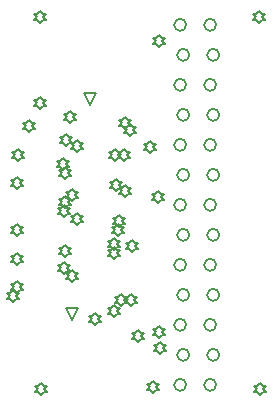
<source format=gbr>
%TF.GenerationSoftware,Altium Limited,Altium Designer,25.5.2 (35)*%
G04 Layer_Color=2752767*
%FSLAX45Y45*%
%MOMM*%
%TF.SameCoordinates,F9D1B48F-3E51-4A7C-A873-13CCE31A6061*%
%TF.FilePolarity,Positive*%
%TF.FileFunction,Drawing*%
%TF.Part,Single*%
G01*
G75*
%TA.AperFunction,NonConductor*%
%ADD33C,0.16933*%
%ADD35C,0.12700*%
D33*
X2204800Y232000D02*
G03*
X2204800Y232000I-50800J0D01*
G01*
X2230800Y486000D02*
G03*
X2230800Y486000I-50800J0D01*
G01*
X2204800Y740000D02*
G03*
X2204800Y740000I-50800J0D01*
G01*
X2230800Y994000D02*
G03*
X2230800Y994000I-50800J0D01*
G01*
X2204800Y1248000D02*
G03*
X2204800Y1248000I-50800J0D01*
G01*
X2230800Y1502000D02*
G03*
X2230800Y1502000I-50800J0D01*
G01*
X2204800Y1756000D02*
G03*
X2204800Y1756000I-50800J0D01*
G01*
X2230800Y2010000D02*
G03*
X2230800Y2010000I-50800J0D01*
G01*
X2204800Y2264000D02*
G03*
X2204800Y2264000I-50800J0D01*
G01*
X2230800Y2518000D02*
G03*
X2230800Y2518000I-50800J0D01*
G01*
X2204800Y2772000D02*
G03*
X2204800Y2772000I-50800J0D01*
G01*
X2230800Y3026000D02*
G03*
X2230800Y3026000I-50800J0D01*
G01*
X2204800Y3280000D02*
G03*
X2204800Y3280000I-50800J0D01*
G01*
X1950800Y232000D02*
G03*
X1950800Y232000I-50800J0D01*
G01*
X1976800Y486000D02*
G03*
X1976800Y486000I-50800J0D01*
G01*
X1950800Y740000D02*
G03*
X1950800Y740000I-50800J0D01*
G01*
X1976800Y994000D02*
G03*
X1976800Y994000I-50800J0D01*
G01*
X1950800Y1248000D02*
G03*
X1950800Y1248000I-50800J0D01*
G01*
X1976800Y1502000D02*
G03*
X1976800Y1502000I-50800J0D01*
G01*
X1950800Y1756000D02*
G03*
X1950800Y1756000I-50800J0D01*
G01*
X1976800Y2010000D02*
G03*
X1976800Y2010000I-50800J0D01*
G01*
X1950800Y2264000D02*
G03*
X1950800Y2264000I-50800J0D01*
G01*
X1976800Y2518000D02*
G03*
X1976800Y2518000I-50800J0D01*
G01*
X1950800Y2772000D02*
G03*
X1950800Y2772000I-50800J0D01*
G01*
X1976800Y3026000D02*
G03*
X1976800Y3026000I-50800J0D01*
G01*
X1950800Y3280000D02*
G03*
X1950800Y3280000I-50800J0D01*
G01*
D35*
X982999Y779200D02*
X932199Y880800D01*
X1033799D01*
X982999Y779200D01*
X1132999Y2599200D02*
X1082199Y2700800D01*
X1183799D01*
X1132999Y2599200D01*
X1481919Y900454D02*
X1507319Y925854D01*
X1532719D01*
X1507319Y951254D01*
X1532719Y976654D01*
X1507319D01*
X1481919Y1002054D01*
X1456519Y976654D01*
X1431119D01*
X1456519Y951254D01*
X1431119Y925854D01*
X1456519D01*
X1481919Y900454D01*
X1403035Y899548D02*
X1428435Y924948D01*
X1453835D01*
X1428435Y950348D01*
X1453835Y975748D01*
X1428435D01*
X1403035Y1001148D01*
X1377635Y975748D01*
X1352235D01*
X1377635Y950348D01*
X1352235Y924948D01*
X1377635D01*
X1403035Y899548D01*
X1371363Y1494376D02*
X1396763Y1519776D01*
X1422163D01*
X1396763Y1545176D01*
X1422163Y1570576D01*
X1396763D01*
X1371363Y1595976D01*
X1345963Y1570576D01*
X1320563D01*
X1345963Y1545176D01*
X1320563Y1519776D01*
X1345963D01*
X1371363Y1494376D01*
X1383684Y1569370D02*
X1409084Y1594770D01*
X1434484D01*
X1409084Y1620170D01*
X1434484Y1645570D01*
X1409084D01*
X1383684Y1670970D01*
X1358284Y1645570D01*
X1332884D01*
X1358284Y1620170D01*
X1332884Y1594770D01*
X1358284D01*
X1383684Y1569370D01*
X1730000Y489200D02*
X1755400Y514600D01*
X1780800D01*
X1755400Y540000D01*
X1780800Y565400D01*
X1755400D01*
X1730000Y590800D01*
X1704600Y565400D01*
X1679200D01*
X1704600Y540000D01*
X1679200Y514600D01*
X1704600D01*
X1730000Y489200D01*
X1720000Y629200D02*
X1745400Y654600D01*
X1770800D01*
X1745400Y680000D01*
X1770800Y705400D01*
X1745400D01*
X1720000Y730800D01*
X1694600Y705400D01*
X1669200D01*
X1694600Y680000D01*
X1669200Y654600D01*
X1694600D01*
X1720000Y629200D01*
X921400Y1973450D02*
X946800Y1998850D01*
X972200D01*
X946800Y2024250D01*
X972200Y2049650D01*
X946800D01*
X921400Y2075050D01*
X896000Y2049650D01*
X870600D01*
X896000Y2024250D01*
X870600Y1998850D01*
X896000D01*
X921400Y1973450D01*
X909404Y2048497D02*
X934804Y2073897D01*
X960204D01*
X934804Y2099297D01*
X960204Y2124697D01*
X934804D01*
X909404Y2150097D01*
X884004Y2124697D01*
X858604D01*
X884004Y2099297D01*
X858604Y2073897D01*
X884004D01*
X909404Y2048497D01*
X1029999Y2207360D02*
X1055399Y2232760D01*
X1080799D01*
X1055399Y2258160D01*
X1080799Y2283560D01*
X1055399D01*
X1029999Y2308960D01*
X1004599Y2283560D01*
X979199D01*
X1004599Y2258160D01*
X979199Y2232760D01*
X1004599D01*
X1029999Y2207360D01*
X921929Y1725950D02*
X947329Y1751350D01*
X972729D01*
X947329Y1776750D01*
X972729Y1802150D01*
X947329D01*
X921929Y1827550D01*
X896529Y1802150D01*
X871129D01*
X896529Y1776750D01*
X871129Y1751350D01*
X896529D01*
X921929Y1725950D01*
X921310Y1313827D02*
X946710Y1339227D01*
X972110D01*
X946710Y1364627D01*
X972110Y1390027D01*
X946710D01*
X921310Y1415427D01*
X895910Y1390027D01*
X870510D01*
X895910Y1364627D01*
X870510Y1339227D01*
X895910D01*
X921310Y1313827D01*
X1426559Y2123434D02*
X1451959Y2148834D01*
X1477359D01*
X1451959Y2174234D01*
X1477359Y2199634D01*
X1451959D01*
X1426559Y2225034D01*
X1401159Y2199634D01*
X1375759D01*
X1401159Y2174234D01*
X1375759Y2148834D01*
X1401159D01*
X1426559Y2123434D01*
X1350000Y2129200D02*
X1375400Y2154600D01*
X1400800D01*
X1375400Y2180000D01*
X1400800Y2205400D01*
X1375400D01*
X1350000Y2230800D01*
X1324600Y2205400D01*
X1299200D01*
X1324600Y2180000D01*
X1299200Y2154600D01*
X1324600D01*
X1350000Y2129200D01*
X1476910Y2338039D02*
X1502310Y2363439D01*
X1527710D01*
X1502310Y2388839D01*
X1527710Y2414239D01*
X1502310D01*
X1476910Y2439639D01*
X1451510Y2414239D01*
X1426110D01*
X1451510Y2388839D01*
X1426110Y2363439D01*
X1451510D01*
X1476910Y2338039D01*
X1435111Y2401512D02*
X1460511Y2426912D01*
X1485911D01*
X1460511Y2452312D01*
X1485911Y2477712D01*
X1460511D01*
X1435111Y2503112D01*
X1409711Y2477712D01*
X1384311D01*
X1409711Y2452312D01*
X1384311Y2426912D01*
X1409711D01*
X1435111Y2401512D01*
X1338961Y1371353D02*
X1364361Y1396753D01*
X1389761D01*
X1364361Y1422153D01*
X1389761Y1447553D01*
X1364361D01*
X1338961Y1472953D01*
X1313561Y1447553D01*
X1288161D01*
X1313561Y1422153D01*
X1288161Y1396753D01*
X1313561D01*
X1338961Y1371353D01*
X1339597Y1295356D02*
X1364997Y1320756D01*
X1390397D01*
X1364997Y1346156D01*
X1390397Y1371556D01*
X1364997D01*
X1339597Y1396956D01*
X1314197Y1371556D01*
X1288797D01*
X1314197Y1346156D01*
X1288797Y1320756D01*
X1314197D01*
X1339597Y1295356D01*
X1547174Y596994D02*
X1572574Y622394D01*
X1597974D01*
X1572574Y647794D01*
X1597974Y673194D01*
X1572574D01*
X1547174Y698594D01*
X1521774Y673194D01*
X1496374D01*
X1521774Y647794D01*
X1496374Y622394D01*
X1521774D01*
X1547174Y596994D01*
X984519Y1100818D02*
X1009919Y1126218D01*
X1035319D01*
X1009919Y1151618D01*
X1035319Y1177018D01*
X1009919D01*
X984519Y1202418D01*
X959119Y1177018D01*
X933719D01*
X959119Y1151618D01*
X933719Y1126218D01*
X959119D01*
X984519Y1100818D01*
X1022572Y1588914D02*
X1047972Y1614314D01*
X1073372D01*
X1047972Y1639714D01*
X1073372Y1665114D01*
X1047972D01*
X1022572Y1690514D01*
X997172Y1665114D01*
X971772D01*
X997172Y1639714D01*
X971772Y1614314D01*
X997172D01*
X1022572Y1588914D01*
X984518Y1785582D02*
X1009918Y1810982D01*
X1035318D01*
X1009918Y1836382D01*
X1035318Y1861782D01*
X1009918D01*
X984518Y1887182D01*
X959118Y1861782D01*
X933718D01*
X959118Y1836382D01*
X933718Y1810982D01*
X959118D01*
X984518Y1785582D01*
X937405Y2251794D02*
X962805Y2277194D01*
X988205D01*
X962805Y2302594D01*
X988205Y2327994D01*
X962805D01*
X937405Y2353394D01*
X912005Y2327994D01*
X886605D01*
X912005Y2302594D01*
X886605Y2277194D01*
X912005D01*
X937405Y2251794D01*
X1177647Y737913D02*
X1203047Y763313D01*
X1228447D01*
X1203047Y788713D01*
X1228447Y814113D01*
X1203047D01*
X1177647Y839513D01*
X1152247Y814113D01*
X1126847D01*
X1152247Y788713D01*
X1126847Y763313D01*
X1152247D01*
X1177647Y737913D01*
X487102Y929853D02*
X512502Y955253D01*
X537902D01*
X512502Y980653D01*
X537902Y1006053D01*
X512502D01*
X487102Y1031453D01*
X461702Y1006053D01*
X436302D01*
X461702Y980653D01*
X436302Y955253D01*
X461702D01*
X487102Y929853D01*
X1710000Y1769200D02*
X1735400Y1794600D01*
X1760800D01*
X1735400Y1820000D01*
X1760800Y1845400D01*
X1735400D01*
X1710000Y1870800D01*
X1684600Y1845400D01*
X1659200D01*
X1684600Y1820000D01*
X1659200Y1794600D01*
X1684600D01*
X1710000Y1769200D01*
X1337420Y806281D02*
X1362820Y831681D01*
X1388220D01*
X1362820Y857081D01*
X1388220Y882481D01*
X1362820D01*
X1337420Y907881D01*
X1312020Y882481D01*
X1286620D01*
X1312020Y857081D01*
X1286620Y831681D01*
X1312020D01*
X1337420Y806281D01*
X1490000Y1359200D02*
X1515400Y1384600D01*
X1540800D01*
X1515400Y1410000D01*
X1540800Y1435400D01*
X1515400D01*
X1490000Y1460800D01*
X1464600Y1435400D01*
X1439200D01*
X1464600Y1410000D01*
X1439200Y1384600D01*
X1464600D01*
X1490000Y1359200D01*
X1644425Y2192883D02*
X1669825Y2218283D01*
X1695225D01*
X1669825Y2243683D01*
X1695225Y2269083D01*
X1669825D01*
X1644425Y2294483D01*
X1619025Y2269083D01*
X1593625D01*
X1619025Y2243683D01*
X1593625Y2218283D01*
X1619025D01*
X1644425Y2192883D01*
X1720000Y3089200D02*
X1745400Y3114600D01*
X1770800D01*
X1745400Y3140000D01*
X1770800Y3165400D01*
X1745400D01*
X1720000Y3190800D01*
X1694600Y3165400D01*
X1669200D01*
X1694600Y3140000D01*
X1669200Y3114600D01*
X1694600D01*
X1720000Y3089200D01*
X710000Y2569200D02*
X735400Y2594600D01*
X760800D01*
X735400Y2620000D01*
X760800Y2645400D01*
X735400D01*
X710000Y2670800D01*
X684600Y2645400D01*
X659200D01*
X684600Y2620000D01*
X659200Y2594600D01*
X684600D01*
X710000Y2569200D01*
Y3299200D02*
X735400Y3324600D01*
X760800D01*
X735400Y3350000D01*
X760800Y3375400D01*
X735400D01*
X710000Y3400800D01*
X684600Y3375400D01*
X659200D01*
X684600Y3350000D01*
X659200Y3324600D01*
X684600D01*
X710000Y3299200D01*
X2570000D02*
X2595400Y3324600D01*
X2620800D01*
X2595400Y3350000D01*
X2620800Y3375400D01*
X2595400D01*
X2570000Y3400800D01*
X2544600Y3375400D01*
X2519200D01*
X2544600Y3350000D01*
X2519200Y3324600D01*
X2544600D01*
X2570000Y3299200D01*
X2580000Y149200D02*
X2605400Y174600D01*
X2630800D01*
X2605400Y200000D01*
X2630800Y225400D01*
X2605400D01*
X2580000Y250800D01*
X2554600Y225400D01*
X2529200D01*
X2554600Y200000D01*
X2529200Y174600D01*
X2554600D01*
X2580000Y149200D01*
X720000D02*
X745400Y174600D01*
X770800D01*
X745400Y200000D01*
X770800Y225400D01*
X745400D01*
X720000Y250800D01*
X694600Y225400D01*
X669200D01*
X694600Y200000D01*
X669200Y174600D01*
X694600D01*
X720000Y149200D01*
X1670000Y159200D02*
X1695400Y184600D01*
X1720800D01*
X1695400Y210000D01*
X1720800Y235400D01*
X1695400D01*
X1670000Y260800D01*
X1644600Y235400D01*
X1619200D01*
X1644600Y210000D01*
X1619200Y184600D01*
X1644600D01*
X1670000Y159200D01*
X520000Y1009200D02*
X545400Y1034600D01*
X570800D01*
X545400Y1060000D01*
X570800Y1085400D01*
X545400D01*
X520000Y1110800D01*
X494600Y1085400D01*
X469200D01*
X494600Y1060000D01*
X469200Y1034600D01*
X494600D01*
X520000Y1009200D01*
Y1249200D02*
X545400Y1274600D01*
X570800D01*
X545400Y1300000D01*
X570800Y1325400D01*
X545400D01*
X520000Y1350800D01*
X494600Y1325400D01*
X469200D01*
X494600Y1300000D01*
X469200Y1274600D01*
X494600D01*
X520000Y1249200D01*
Y1489200D02*
X545400Y1514600D01*
X570800D01*
X545400Y1540000D01*
X570800Y1565400D01*
X545400D01*
X520000Y1590800D01*
X494600Y1565400D01*
X469200D01*
X494600Y1540000D01*
X469200Y1514600D01*
X494600D01*
X520000Y1489200D01*
Y1889200D02*
X545400Y1914600D01*
X570800D01*
X545400Y1940000D01*
X570800Y1965400D01*
X545400D01*
X520000Y1990800D01*
X494600Y1965400D01*
X469200D01*
X494600Y1940000D01*
X469200Y1914600D01*
X494600D01*
X520000Y1889200D01*
X527884Y2130425D02*
X553284Y2155825D01*
X578684D01*
X553284Y2181225D01*
X578684Y2206625D01*
X553284D01*
X527884Y2232025D01*
X502484Y2206625D01*
X477084D01*
X502484Y2181225D01*
X477084Y2155825D01*
X502484D01*
X527884Y2130425D01*
X620000Y2369200D02*
X645400Y2394600D01*
X670800D01*
X645400Y2420000D01*
X670800Y2445400D01*
X645400D01*
X620000Y2470800D01*
X594600Y2445400D01*
X569200D01*
X594600Y2420000D01*
X569200Y2394600D01*
X594600D01*
X620000Y2369200D01*
X1358478Y1875864D02*
X1383878Y1901264D01*
X1409278D01*
X1383878Y1926664D01*
X1409278Y1952064D01*
X1383878D01*
X1358478Y1977464D01*
X1333078Y1952064D01*
X1307678D01*
X1333078Y1926664D01*
X1307678Y1901264D01*
X1333078D01*
X1358478Y1875864D01*
X1430000Y1819200D02*
X1455400Y1844600D01*
X1480800D01*
X1455400Y1870000D01*
X1480800Y1895400D01*
X1455400D01*
X1430000Y1920800D01*
X1404600Y1895400D01*
X1379200D01*
X1404600Y1870000D01*
X1379200Y1844600D01*
X1404600D01*
X1430000Y1819200D01*
X920000Y1649200D02*
X945400Y1674600D01*
X970800D01*
X945400Y1700000D01*
X970800Y1725400D01*
X945400D01*
X920000Y1750800D01*
X894600Y1725400D01*
X869200D01*
X894600Y1700000D01*
X869200Y1674600D01*
X894600D01*
X920000Y1649200D01*
Y1169200D02*
X945400Y1194600D01*
X970800D01*
X945400Y1220000D01*
X970800Y1245400D01*
X945400D01*
X920000Y1270800D01*
X894600Y1245400D01*
X869200D01*
X894600Y1220000D01*
X869200Y1194600D01*
X894600D01*
X920000Y1169200D01*
X970000Y2449200D02*
X995400Y2474600D01*
X1020800D01*
X995400Y2500000D01*
X1020800Y2525400D01*
X995400D01*
X970000Y2550800D01*
X944600Y2525400D01*
X919200D01*
X944600Y2500000D01*
X919200Y2474600D01*
X944600D01*
X970000Y2449200D01*
%TF.MD5,992c70afe5fa23346c601087a5e6cbd1*%
M02*

</source>
